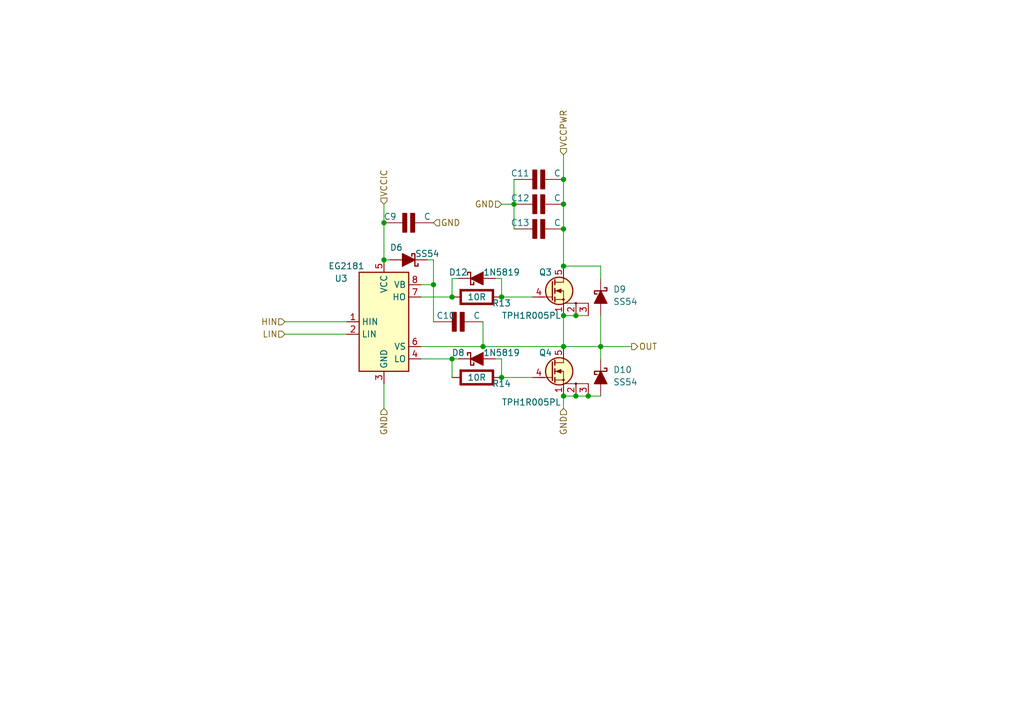
<source format=kicad_sch>
(kicad_sch (version 20231120) (generator "eeschema") (generator_version "8.0")
  (paper "A5")
  (lib_symbols
    (symbol "Driver_FET_Addition:EG2181"
      (property "Reference" "U" (at 5.334 13.716 0))
      (property "Value" "EG2181" (at 7.62 11.684 0))
      (symbol "EG2181_0_1"
        (rectangle (start -5.08 -10.16) (end 5.08 10.16) (stroke (width 0.254)) (fill (type background)))
      )
      (symbol "EG2181_1_1"
        (pin input line (at -7.62 0 0) (length 2.54) (name "HIN") (number "1"))
        (pin input line (at -7.62 -2.54 0) (length 2.54) (name "LIN") (number "2"))
        (pin power_in line (at 0 -12.7 90) (length 2.54) (name "GND") (number "3"))
        (pin output line (at 7.62 -7.62 180) (length 2.54) (name "LO") (number "4"))
        (pin power_in line (at 0 12.7 270) (length 2.54) (name "VCC") (number "5"))
        (pin passive line (at 7.62 -5.08 180) (length 2.54) (name "VS") (number "6"))
        (pin output line (at 7.62 5.08 180) (length 2.54) (name "HO") (number "7"))
        (pin passive line (at 7.62 7.62 180) (length 2.54) (name "VB") (number "8"))
      )
    )
    (symbol "PCM_Diode_Schottky_AKL:1N5819" (pin_numbers hide) (pin_names (offset 1.016) hide)
      (property "Reference" "D" (at 0 5.08 0))
      (property "Value" "1N5819" (at 0 2.54 0))
      (symbol "1N5819_0_1"
        (polyline (pts (xy -1.27 0) (xy 1.27 0)))
        (polyline (pts (xy -1.27 -1.27) (xy -1.27 1.27) (xy 1.27 0) (xy -1.27 -1.27)) (stroke (width 0.254)) (fill (type outline)))
        (polyline (pts (xy 1.905 -0.762) (xy 1.905 -1.27) (xy 1.27 -1.27) (xy 1.27 1.27) (xy 0.635 1.27) (xy 0.635 0.762)) (stroke (width 0.254)))
      )
      (symbol "1N5819_0_2"
        (polyline (pts (xy -2.54 -2.54) (xy 2.54 2.54)))
        (polyline (pts (xy 0 1.778) (xy 1.778 0)) (stroke (width 0.254)))
        (polyline (pts (xy 0 1.778) (xy -0.381 1.397) (xy 0 1.016)) (stroke (width 0.254)))
        (polyline (pts (xy 1.778 0) (xy 2.159 0.381) (xy 1.778 0.762)) (stroke (width 0.254)))
        (polyline (pts (xy -0.889 -0.889) (xy -1.778 0) (xy 0.889 0.889) (xy 0 -1.778) (xy -0.889 -0.889)) (stroke (width 0.254)) (fill (type outline)))
      )
      (symbol "1N5819_1_1"
        (pin passive line (at 3.81 0 180) (length 2.54) (name "K") (number "1"))
        (pin passive line (at -3.81 0 0) (length 2.54) (name "A") (number "2"))
      )
      (symbol "1N5819_1_2"
        (pin passive line (at 2.54 2.54 180) (length 0) (name "K") (number "1"))
        (pin passive line (at -2.54 -2.54 0) (length 0) (name "A") (number "2"))
      )
    )
    (symbol "PCM_Diode_Schottky_AKL:SS54" (pin_numbers hide) (pin_names (offset 1.016) hide)
      (property "Reference" "D" (at 0 5.08 0))
      (property "Value" "SS54" (at 0 2.54 0))
      (symbol "SS54_0_1"
        (polyline (pts (xy -1.27 0) (xy 1.27 0)))
        (polyline (pts (xy -1.27 -1.27) (xy -1.27 1.27) (xy 1.27 0) (xy -1.27 -1.27)) (stroke (width 0.254)) (fill (type outline)))
        (polyline (pts (xy 1.905 -0.762) (xy 1.905 -1.27) (xy 1.27 -1.27) (xy 1.27 1.27) (xy 0.635 1.27) (xy 0.635 0.762)) (stroke (width 0.254)))
      )
      (symbol "SS54_0_2"
        (polyline (pts (xy -2.54 -2.54) (xy 2.54 2.54)))
        (polyline (pts (xy 0 1.778) (xy 1.778 0)) (stroke (width 0.254)))
        (polyline (pts (xy 0 1.778) (xy -0.381 1.397) (xy 0 1.016)) (stroke (width 0.254)))
        (polyline (pts (xy 1.778 0) (xy 2.159 0.381) (xy 1.778 0.762)) (stroke (width 0.254)))
        (polyline (pts (xy -0.889 -0.889) (xy -1.778 0) (xy 0.889 0.889) (xy 0 -1.778) (xy -0.889 -0.889)) (stroke (width 0.254)) (fill (type outline)))
      )
      (symbol "SS54_1_1"
        (pin passive line (at 3.81 0 180) (length 2.54) (name "K") (number "1"))
        (pin passive line (at -3.81 0 0) (length 2.54) (name "A") (number "2"))
      )
      (symbol "SS54_1_2"
        (pin passive line (at 2.54 2.54 180) (length 0) (name "K") (number "1"))
        (pin passive line (at -2.54 -2.54 0) (length 0) (name "A") (number "2"))
      )
    )
    (symbol "PCM_Elektuur:C" (pin_numbers hide) (pin_names (offset 0) hide)
      (property "Reference" "C" (at 0.635 3.175 0))
      (property "Value" "C" (at 0.635 -3.175 0))
      (symbol "C_1_1"
        (rectangle (start -1.905 -0.4318) (end 1.905 -1.1938) (stroke (width 0.254)) (fill (type outline)))
        (rectangle (start -1.905 1.1938) (end 1.905 0.4318) (stroke (width 0.254)) (fill (type outline)))
        (pin passive line (at 0 5.08 270) (length 3.8862) (name "+") (number "1"))
        (pin passive line (at 0 -5.08 90) (length 3.8862) (name "-") (number "2"))
      )
      (symbol "C_1_2"
        (polyline (pts (xy -1.905 -1.4986) (xy 1.905 -1.4986) (xy 1.905 -0.4318) (xy -1.905 -0.4318) (xy -1.905 -1.4986) (xy -1.8034 -1.397) (xy -1.8034 -0.5334) (xy 1.8034 -0.5334) (xy 1.8034 -1.397) (xy -1.8034 -1.397) (xy -1.905 -1.4986)) (stroke (width 0.254)) (fill (type outline)))
        (polyline (pts (xy -1.905 0.4318) (xy 1.905 0.4318) (xy 1.905 1.4986) (xy -1.905 1.4986) (xy -1.905 0.4318) (xy -1.8034 0.5334) (xy -1.8034 1.397) (xy 1.8034 1.397) (xy 1.8034 0.5334) (xy -1.8034 0.5334) (xy -1.905 0.4318)) (stroke (width 0.254)) (fill (type outline)))
        (pin passive line (at 0 5.08 270) (length 3.5814) (name "+") (number "1"))
        (pin passive line (at 0 -5.08 90) (length 3.5814) (name "-") (number "2"))
      )
    )
    (symbol "PCM_Elektuur:R" (pin_numbers hide) (pin_names (offset 0) hide)
      (property "Reference" "R" (at 2.54 3.175 0))
      (property "Value" "R" (at 0 0 90))
      (symbol "R_1_1"
        (polyline (pts (xy -1.524 -3.429) (xy 1.524 -3.429) (xy 1.524 3.429) (xy -1.524 3.429) (xy -1.524 -3.429) (xy -1.27 -3.175) (xy -1.27 3.175) (xy 1.27 3.175) (xy 1.27 -3.175) (xy -1.27 -3.175) (xy -1.524 -3.429)) (stroke (width 0.254)) (fill (type outline)))
        (pin passive line (at 0 5.08 270) (length 1.651) (name "+") (number "1"))
        (pin passive line (at 0 -5.08 90) (length 1.651) (name "-") (number "2"))
      )
      (symbol "R_1_2"
        (polyline (pts (xy -0.508 -3.429) (xy 1.524 -3.429) (xy 1.524 3.429) (xy -0.508 3.429) (xy -0.508 3.175) (xy 1.27 3.175) (xy 1.27 -3.175) (xy -0.508 -3.175) (xy -0.508 -3.429)) (stroke (width 0.254)) (fill (type outline)))
        (pin passive line (at 0 5.08 270) (length 1.651) (name "+") (number "1"))
        (pin passive line (at 0 -5.08 90) (length 1.651) (name "-") (number "2"))
      )
      (symbol "R_1_3"
        (polyline (pts (xy 0 3.4798) (xy 0 3.2004) (xy 0.7112 2.794) (xy -1.1938 1.6764) (xy 0.7112 0.5588) (xy -1.1938 -0.5588) (xy 0.7112 -1.6764) (xy -1.1938 -2.794) (xy 0 -3.4798) (xy 0 -3.2004) (xy -0.7112 -2.794) (xy 1.1938 -1.6764) (xy -0.7112 -0.5588) (xy 1.1938 0.5588) (xy -0.7112 1.6764) (xy 1.1938 2.794) (xy 0 3.4798)) (stroke (width 0.254)) (fill (type outline)))
        (pin passive line (at 0 5.08 270) (length 1.6002) (name "+") (number "1"))
        (pin passive line (at 0 -5.08 90) (length 1.6002) (name "-") (number "2"))
      )
      (symbol "R_1_4"
        (polyline (pts (xy 0 4.5466) (xy 0 4.2672) (xy 0.0508 4.2418) (xy 1.016 3.683) (xy -1.524 2.2098) (xy 1.016 0.7366) (xy -1.524 -0.7366) (xy 1.016 -2.2098) (xy -1.524 -3.683) (xy -0.0762 -4.5212) (xy 0 -4.5466) (xy 0 -4.2672) (xy -0.0508 -4.2418) (xy -1.016 -3.683) (xy 1.524 -2.2098) (xy -1.016 -0.7366) (xy 1.524 0.7366) (xy -1.016 2.2098) (xy 1.524 3.683) (xy 0.0762 4.5212) (xy 0 4.5466)) (stroke (width 0.254)) (fill (type outline)))
        (pin passive line (at 0 5.08 270) (length 0.5334) (name "+") (number "1"))
        (pin passive line (at 0 -5.08 90) (length 0.5334) (name "-") (number "2"))
      )
    )
    (symbol "PCM_Transistor_MOSFET_AKL:TPH1R005PL" (pin_names hide)
      (property "Reference" "Q" (at 5.08 1.27 0))
      (property "Value" "TPH1R005PL" (at 5.08 -1.27 0))
      (symbol "TPH1R005PL_0_1"
        (polyline (pts (xy 0.254 -1.27) (xy -2.54 -1.27)))
        (polyline (pts (xy 0.254 1.905) (xy 0.254 -1.905)) (stroke (width 0.254)))
        (polyline (pts (xy 0.762 -1.778) (xy 2.54 -1.778)))
        (polyline (pts (xy 0.762 -1.27) (xy 0.762 -2.286)) (stroke (width 0.254)))
        (polyline (pts (xy 0.762 0.508) (xy 0.762 -0.508)) (stroke (width 0.254)))
        (polyline (pts (xy 0.762 2.286) (xy 0.762 1.27)) (stroke (width 0.254)))
        (polyline (pts (xy 2.54 1.778) (xy 0.762 1.778)))
        (polyline (pts (xy 2.54 2.54) (xy 2.54 1.778)))
        (polyline (pts (xy 7.62 -2.54) (xy 2.54 -2.54)))
        (polyline (pts (xy 2.54 -2.54) (xy 2.54 0) (xy 0.762 0)))
        (polyline (pts (xy 1.016 0) (xy 2.032 0.381) (xy 2.032 -0.381) (xy 1.016 0)) (fill (type outline)))
        (circle (center 1.651 0) (radius 2.794) (stroke (width 0.254)) (fill (type background)))
        (circle (center 2.54 -1.778) (radius 0.1778) (fill (type outline)))
      )
      (symbol "TPH1R005PL_1_1"
        (circle (center 5.08 -2.54) (radius 0.1778) (fill (type outline)))
        (pin passive line (at 2.54 -5.08 90) (length 2.54) (name "S") (number "1"))
        (pin passive line (at 5.08 -5.08 90) (length 2.54) (name "S") (number "2"))
        (pin passive line (at 7.62 -5.08 90) (length 2.54) (name "S") (number "3"))
        (pin input line (at -3.81 -1.27 0) (length 2.54) (name "G") (number "4"))
        (pin passive line (at 2.54 5.08 270) (length 2.54) (name "D") (number "5"))
      )
    )
  )
  (junction (at 123.19 71.12))
  (junction (at 118.11 64.77))
  (junction (at 115.57 54.61))
  (junction (at 115.57 81.28))
  (junction (at 115.57 36.83))
  (junction (at 92.71 60.96))
  (junction (at 115.57 41.91))
  (junction (at 115.57 71.12))
  (junction (at 92.71 73.66))
  (junction (at 102.87 60.96))
  (junction (at 78.74 53.34))
  (junction (at 105.41 41.91))
  (junction (at 120.65 81.28))
  (junction (at 99.06 71.12))
  (junction (at 115.57 46.99))
  (junction (at 78.74 45.72))
  (junction (at 115.57 64.77))
  (junction (at 102.87 77.47))
  (junction (at 88.9 58.42))
  (junction (at 118.11 81.28))
  (wire (pts (xy 102.87 57.15) (xy 102.87 60.96)))
  (wire (pts (xy 88.9 58.42) (xy 88.9 66.04)))
  (wire (pts (xy 99.06 66.04) (xy 99.06 71.12)))
  (wire (pts (xy 86.36 73.66) (xy 92.71 73.66)))
  (wire (pts (xy 78.74 41.91) (xy 78.74 45.72)))
  (wire (pts (xy 102.87 73.66) (xy 102.87 77.47)))
  (wire (pts (xy 102.87 60.96) (xy 109.22 60.96)))
  (wire (pts (xy 92.71 57.15) (xy 92.71 60.96)))
  (wire (pts (xy 120.65 81.28) (xy 123.19 81.28)))
  (wire (pts (xy 93.98 73.66) (xy 92.71 73.66)))
  (wire (pts (xy 86.36 60.96) (xy 92.71 60.96)))
  (wire (pts (xy 105.41 36.83) (xy 105.41 41.91)))
  (wire (pts (xy 105.41 41.91) (xy 105.41 46.99)))
  (wire (pts (xy 87.63 53.34) (xy 88.9 53.34)))
  (wire (pts (xy 93.98 57.15) (xy 92.71 57.15)))
  (wire (pts (xy 78.74 45.72) (xy 78.74 53.34)))
  (wire (pts (xy 102.87 41.91) (xy 105.41 41.91)))
  (wire (pts (xy 101.6 57.15) (xy 102.87 57.15)))
  (wire (pts (xy 101.6 73.66) (xy 102.87 73.66)))
  (wire (pts (xy 115.57 54.61) (xy 123.19 54.61)))
  (wire (pts (xy 115.57 81.28) (xy 115.57 83.82)))
  (wire (pts (xy 115.57 64.77) (xy 118.11 64.77)))
  (wire (pts (xy 86.36 71.12) (xy 99.06 71.12)))
  (wire (pts (xy 78.74 83.82) (xy 78.74 78.74)))
  (wire (pts (xy 123.19 71.12) (xy 115.57 71.12)))
  (wire (pts (xy 58.42 68.58) (xy 71.12 68.58)))
  (wire (pts (xy 99.06 71.12) (xy 115.57 71.12)))
  (wire (pts (xy 115.57 46.99) (xy 115.57 54.61)))
  (wire (pts (xy 86.36 58.42) (xy 88.9 58.42)))
  (wire (pts (xy 123.19 64.77) (xy 123.19 71.12)))
  (wire (pts (xy 118.11 64.77) (xy 120.65 64.77)))
  (wire (pts (xy 115.57 41.91) (xy 115.57 46.99)))
  (wire (pts (xy 92.71 73.66) (xy 92.71 77.47)))
  (wire (pts (xy 123.19 71.12) (xy 123.19 73.66)))
  (wire (pts (xy 129.54 71.12) (xy 123.19 71.12)))
  (wire (pts (xy 115.57 81.28) (xy 118.11 81.28)))
  (wire (pts (xy 123.19 57.15) (xy 123.19 54.61)))
  (wire (pts (xy 80.01 53.34) (xy 78.74 53.34)))
  (wire (pts (xy 88.9 53.34) (xy 88.9 58.42)))
  (wire (pts (xy 115.57 64.77) (xy 115.57 71.12)))
  (wire (pts (xy 118.11 81.28) (xy 120.65 81.28)))
  (wire (pts (xy 115.57 31.75) (xy 115.57 36.83)))
  (wire (pts (xy 58.42 66.04) (xy 71.12 66.04)))
  (wire (pts (xy 115.57 36.83) (xy 115.57 41.91)))
  (wire (pts (xy 102.87 77.47) (xy 109.22 77.47)))
  (hierarchical_label "HIN" (shape input) (at 58.42 66.04 180))
  (hierarchical_label "VCCPWR" (shape input) (at 115.57 31.75 90))
  (hierarchical_label "OUT" (shape output) (at 129.54 71.12 0))
  (hierarchical_label "LIN" (shape input) (at 58.42 68.58 180))
  (hierarchical_label "GND" (shape input) (at 88.9 45.72 0))
  (hierarchical_label "GND" (shape input) (at 115.57 83.82 270))
  (hierarchical_label "GND" (shape input) (at 102.87 41.91 180))
  (hierarchical_label "GND" (shape input) (at 78.74 83.82 270))
  (hierarchical_label "VCCIC" (shape input) (at 78.74 41.91 90))
  (symbol (lib_id "PCM_Diode_Schottky_AKL:SS54") (at 123.19 60.96 90) (unit 1)
    (property "Reference" "D9" (at 125.73 59.3724 90) (effects (justify right)))
    (property "Value" "SS54" (at 125.73 61.9124 90) (effects (justify right)))
    (property "Footprint" "Diode_SMD:D_SMA_Handsoldering" (effects (hide yes)))
    (property "Datasheet" "https://www.laro.com.pl/pdf/ss56.pdf" (effects (hide yes)))
    (property "Description" "SMC Schottky diode, 40V, 5A, Alternate KiCAD Library" (effects (hide yes)))
    (instances (project "Am32stc8051u" (path "" (reference "D9") (unit 1)) (path "" (reference "D4") (unit 1)) (path "" (reference "D14") (unit 1))))
  )
  (symbol (lib_id "Driver_FET_Addition:EG2181") (at 78.74 66.04 0) (unit 1)
    (property "Reference" "U3" (at 68.58 57.15 0) (effects (justify left)))
    (property "Value" "EG2181" (at 67.31 54.61 0) (effects (justify left)))
    (property "Footprint" "Package_SO:SOP-8_5.28x5.23mm_P1.27mm" (effects (hide yes)))
    (property "Datasheet" "https://item.szlcsc.com/datasheet/EG2181/464355.html" (effects (hide yes)))
    (property "Description" "High and Low Side Driver, 600V, 2/2.5A, PDIP-8/SOIC-8" (effects (hide yes)))
    (instances (project "Am32stc8051u" (path "" (reference "U3") (unit 1)) (path "" (reference "U2") (unit 1)) (path "" (reference "U4") (unit 1))))
  )
  (symbol (lib_id "PCM_Elektuur:C") (at 93.98 66.04 90) (unit 1)
    (property "Reference" "C10" (at 91.44 64.77 90))
    (property "Value" "C" (at 97.79 64.77 90))
    (property "Footprint" "Capacitor_SMD:C_0603_1608Metric_Pad1.08x0.95mm_HandSolder" (effects (hide yes)))
    (property "Description" "capacitor, non-polarized/bipolar" (effects (hide yes)))
    (property "Indicator" "+" (effects (hide yes)))
    (property "Rating" "V" (effects (hide yes)))
    (instances (project "Am32stc8051u" (path "" (reference "C10") (unit 1)) (path "" (reference "C5") (unit 1)) (path "" (reference "C15") (unit 1))))
  )
  (symbol (lib_id "PCM_Transistor_MOSFET_AKL:TPH1R005PL") (at 113.03 76.2 0) (unit 1)
    (property "Reference" "Q4" (at 110.49 72.39 0) (effects (justify left)))
    (property "Value" "TPH1R005PL" (at 102.87 82.55 0) (effects (justify left)))
    (property "Footprint" "PCM_Package_SON_AKL:Infineon_PG-TDSON-8" (effects (hide yes)))
    (property "Datasheet" "https://www.tme.eu/Document/4940fec2b17bd8b975b7bd00f5385ed5/TPH1R005PL.pdf" (effects (hide yes)))
    (property "Description" "TDSON-8 N-MOSFET enchancement mode transistor, 45V, 150A, 170W, Alternate KiCAD Library" (effects (hide yes)))
    (instances (project "Am32stc8051u" (path "" (reference "Q4") (unit 1)) (path "" (reference "Q2") (unit 1)) (path "" (reference "Q6") (unit 1))))
  )
  (symbol (lib_id "PCM_Transistor_MOSFET_AKL:TPH1R005PL") (at 113.03 59.69 0) (unit 1)
    (property "Reference" "Q3" (at 110.49 55.88 0) (effects (justify left)))
    (property "Value" "TPH1R005PL" (at 102.87 64.77 0) (effects (justify left)))
    (property "Footprint" "PCM_Package_SON_AKL:Infineon_PG-TDSON-8" (effects (hide yes)))
    (property "Datasheet" "https://www.tme.eu/Document/4940fec2b17bd8b975b7bd00f5385ed5/TPH1R005PL.pdf" (effects (hide yes)))
    (property "Description" "TDSON-8 N-MOSFET enchancement mode transistor, 45V, 150A, 170W, Alternate KiCAD Library" (effects (hide yes)))
    (instances (project "Am32stc8051u" (path "" (reference "Q3") (unit 1)) (path "" (reference "Q1") (unit 1)) (path "" (reference "Q5") (unit 1))))
  )
  (symbol (lib_id "PCM_Elektuur:C") (at 110.49 36.83 90) (unit 1)
    (property "Reference" "C11" (at 106.68 35.56 90))
    (property "Value" "C" (at 114.3 35.56 90))
    (property "Footprint" "Capacitor_SMD:C_1206_3216Metric_Pad1.33x1.80mm_HandSolder" (effects (hide yes)))
    (property "Description" "capacitor, non-polarized/bipolar" (effects (hide yes)))
    (property "Indicator" "+" (effects (hide yes)))
    (property "Rating" "V" (effects (hide yes)))
    (instances (project "Am32stc8051u" (path "" (reference "C11") (unit 1)) (path "" (reference "C6") (unit 1)) (path "" (reference "C16") (unit 1))))
  )
  (symbol (lib_id "PCM_Elektuur:R") (at 97.79 77.47 270) (unit 1)
    (property "Reference" "R14" (at 102.87 78.74 90))
    (property "Value" "10R" (at 97.79 77.47 90))
    (property "Footprint" "PCM_Resistor_SMD_AKL:R_0603_1608Metric_Pad0.98x0.95mm_HandSolder" (effects (hide yes)))
    (property "Description" "resistor" (effects (hide yes)))
    (property "Indicator" "+" (effects (hide yes)))
    (property "Rating" "W" (effects (hide yes)))
    (instances (project "Am32stc8051u" (path "" (reference "R14") (unit 1)) (path "" (reference "R12") (unit 1)) (path "" (reference "R16") (unit 1))))
  )
  (symbol (lib_id "PCM_Diode_Schottky_AKL:1N5819") (at 97.79 57.15 180) (unit 1)
    (property "Reference" "D12" (at 93.98 55.88 0))
    (property "Value" "1N5819" (at 102.87 55.88 0))
    (property "Footprint" "Diode_SMD:D_SOD-323_HandSoldering" (effects (hide yes)))
    (property "Datasheet" "https://www.tme.eu/Document/1dcb17797cd83f32e896ece3030f14cc/1n5817-19.pdf" (effects (hide yes)))
    (property "Description" "DO-41 Schottky diode, 40V, 1A, Alternate KiCAD Library" (effects (hide yes)))
    (instances (project "" (path "" (reference "D12") (unit 1)) (path "" (reference "D7") (unit 1)) (path "" (reference "D2") (unit 1)) (path "" (reference "D12") (unit 1))))
  )
  (symbol (lib_id "PCM_Elektuur:C") (at 110.49 46.99 90) (unit 1)
    (property "Reference" "C13" (at 106.68 45.72 90))
    (property "Value" "C" (at 114.3 45.72 90))
    (property "Footprint" "Capacitor_SMD:C_1206_3216Metric_Pad1.33x1.80mm_HandSolder" (effects (hide yes)))
    (property "Description" "capacitor, non-polarized/bipolar" (effects (hide yes)))
    (property "Indicator" "+" (effects (hide yes)))
    (property "Rating" "V" (effects (hide yes)))
    (instances (project "Am32stc8051u" (path "" (reference "C13") (unit 1)) (path "" (reference "C8") (unit 1)) (path "" (reference "C18") (unit 1))))
  )
  (symbol (lib_id "PCM_Diode_Schottky_AKL:SS54") (at 83.82 53.34 0) (unit 1)
    (property "Reference" "D6" (at 81.28 50.8 0))
    (property "Value" "SS54" (at 87.63 52.07 0))
    (property "Footprint" "Diode_SMD:D_SMA_Handsoldering" (effects (hide yes)))
    (property "Datasheet" "https://www.laro.com.pl/pdf/ss56.pdf" (effects (hide yes)))
    (property "Description" "SMC Schottky diode, 40V, 5A, Alternate KiCAD Library" (effects (hide yes)))
    (instances (project "Am32stc8051u" (path "" (reference "D6") (unit 1)) (path "" (reference "D1") (unit 1)) (path "" (reference "D11") (unit 1))))
  )
  (symbol (lib_id "PCM_Elektuur:R") (at 97.79 60.96 270) (unit 1)
    (property "Reference" "R13" (at 102.87 62.23 90))
    (property "Value" "10R" (at 97.79 60.96 90))
    (property "Footprint" "PCM_Resistor_SMD_AKL:R_0603_1608Metric_Pad0.98x0.95mm_HandSolder" (effects (hide yes)))
    (property "Description" "resistor" (effects (hide yes)))
    (property "Indicator" "+" (effects (hide yes)))
    (property "Rating" "W" (effects (hide yes)))
    (instances (project "Am32stc8051u" (path "" (reference "R13") (unit 1)) (path "" (reference "R11") (unit 1)) (path "" (reference "R15") (unit 1))))
  )
  (symbol (lib_id "PCM_Elektuur:C") (at 110.49 41.91 90) (unit 1)
    (property "Reference" "C12" (at 106.68 40.64 90))
    (property "Value" "C" (at 114.3 40.64 90))
    (property "Footprint" "Capacitor_SMD:C_1206_3216Metric_Pad1.33x1.80mm_HandSolder" (effects (hide yes)))
    (property "Description" "capacitor, non-polarized/bipolar" (effects (hide yes)))
    (property "Indicator" "+" (effects (hide yes)))
    (property "Rating" "V" (effects (hide yes)))
    (instances (project "Am32stc8051u" (path "" (reference "C12") (unit 1)) (path "" (reference "C7") (unit 1)) (path "" (reference "C17") (unit 1))))
  )
  (symbol (lib_id "PCM_Diode_Schottky_AKL:1N5819") (at 97.79 73.66 180) (unit 1)
    (property "Reference" "D8" (at 93.98 72.39 0))
    (property "Value" "1N5819" (at 102.87 72.39 0))
    (property "Footprint" "Diode_SMD:D_SOD-323_HandSoldering" (effects (hide yes)))
    (property "Datasheet" "https://www.tme.eu/Document/1dcb17797cd83f32e896ece3030f14cc/1n5817-19.pdf" (effects (hide yes)))
    (property "Description" "DO-41 Schottky diode, 40V, 1A, Alternate KiCAD Library" (effects (hide yes)))
    (instances (project "Am32stc8051u" (path "" (reference "D8") (unit 1)) (path "" (reference "D3") (unit 1)) (path "" (reference "D13") (unit 1))))
  )
  (symbol (lib_id "PCM_Diode_Schottky_AKL:SS54") (at 123.19 77.47 90) (unit 1)
    (property "Reference" "D10" (at 125.73 75.8824 90) (effects (justify right)))
    (property "Value" "SS54" (at 125.73 78.4224 90) (effects (justify right)))
    (property "Footprint" "Diode_SMD:D_SMA_Handsoldering" (effects (hide yes)))
    (property "Datasheet" "https://www.laro.com.pl/pdf/ss56.pdf" (effects (hide yes)))
    (property "Description" "SMC Schottky diode, 40V, 5A, Alternate KiCAD Library" (effects (hide yes)))
    (instances (project "Am32stc8051u" (path "" (reference "D10") (unit 1)) (path "" (reference "D5") (unit 1)) (path "" (reference "D15") (unit 1))))
  )
  (symbol (lib_id "PCM_Elektuur:C") (at 83.82 45.72 90) (unit 1)
    (property "Reference" "C9" (at 80.01 44.45 90))
    (property "Value" "C" (at 87.63 44.45 90))
    (property "Footprint" "Capacitor_SMD:C_0805_2012Metric_Pad1.18x1.45mm_HandSolder" (effects (hide yes)))
    (property "Description" "capacitor, non-polarized/bipolar" (effects (hide yes)))
    (property "Indicator" "+" (effects (hide yes)))
    (property "Rating" "V" (effects (hide yes)))
    (instances (project "Am32stc8051u" (path "" (reference "C9") (unit 1)) (path "" (reference "C4") (unit 1)) (path "" (reference "C14") (unit 1))))
  )
)
</source>
